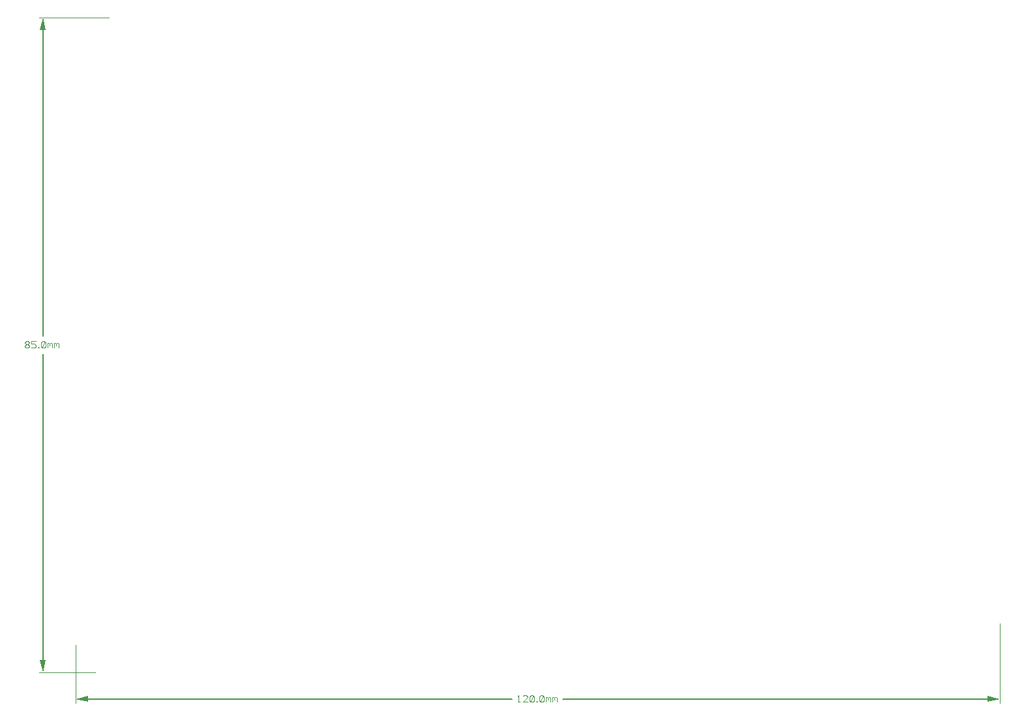
<source format=gbr>
G04 GENERATED BY PULSONIX 7.0 GERBER.DLL 4573*
%INHILLSTAR_95X60_4LAYER_EL_V1_0_2*%
%LNGERBER_DOCUMENTATION*%
%FSLAX33Y33*%
%IPPOS*%
%LPD*%
%OFA0B0*%
%MOMM*%
%ADD15C,0.125*%
%ADD17C,0.200*%
%ADD281C,0.025*%
%ADD394C,0.001*%
X0Y0D02*
D02*
D15*
X63942Y129093D02*
X64090Y129093D01*
X64237Y129167*
X64310Y129314*
X64237Y129461*
X64090Y129534*
X63942*
X63795Y129461*
X63722Y129314*
X63795Y129167*
X63942Y129093*
X63795Y129019*
X63722Y128872*
X63795Y128725*
X63942Y128652*
X64090*
X64237Y128725*
X64310Y128872*
X64237Y129019*
X64090Y129093*
X64572Y128725D02*
X64719Y128652D01*
X64940*
X65087Y128725*
X65160Y128872*
Y128946*
X65087Y129093*
X64940Y129167*
X64572*
Y129534*
X65160*
X65495Y128652D02*
X65569Y128725D01*
X65495Y128799*
X65422Y128725*
X65495Y128652*
X65883Y128725D02*
X66030Y128652D01*
X66177*
X66324Y128725*
X66398Y128872*
Y129314*
X66324Y129461*
X66177Y129534*
X66030*
X65883Y129461*
X65809Y129314*
Y128872*
X65883Y128725*
X66324Y129461*
X66659Y128652D02*
X66659Y129240D01*
Y129167D02*
X66733Y129240D01*
X66880*
X66954Y129167*
Y128946*
Y129167D02*
X67027Y129240D01*
X67174*
X67248Y129167*
Y128652*
X67509D02*
X67509Y129240D01*
Y129167D02*
X67583Y129240D01*
X67730*
X67804Y129167*
Y128946*
Y129167D02*
X67877Y129240D01*
X68024*
X68098Y129167*
Y128652*
X127694Y82677D02*
X127988Y82677D01*
X127841D02*
X127841Y83559D01*
X127694Y83412*
X128985Y82677D02*
X128397Y82677D01*
X128912Y83192*
X128985Y83339*
X128912Y83486*
X128765Y83559*
X128544*
X128397Y83486*
X129320Y82750D02*
X129467Y82677D01*
X129615*
X129762Y82750*
X129835Y82897*
Y83339*
X129762Y83486*
X129615Y83559*
X129467*
X129320Y83486*
X129247Y83339*
Y82897*
X129320Y82750*
X129762Y83486*
X130170Y82677D02*
X130244Y82750D01*
X130170Y82824*
X130097Y82750*
X130170Y82677*
X130558Y82750D02*
X130705Y82677D01*
X130852*
X130999Y82750*
X131073Y82897*
Y83339*
X130999Y83486*
X130852Y83559*
X130705*
X130558Y83486*
X130484Y83339*
Y82897*
X130558Y82750*
X130999Y83486*
X131334Y82677D02*
X131334Y83265D01*
Y83192D02*
X131408Y83265D01*
X131555*
X131629Y83192*
Y82971*
Y83192D02*
X131702Y83265D01*
X131849*
X131923Y83192*
Y82677*
X132184D02*
X132184Y83265D01*
Y83192D02*
X132258Y83265D01*
X132405*
X132479Y83192*
Y82971*
Y83192D02*
X132552Y83265D01*
X132699*
X132773Y83192*
Y82677*
D02*
D17*
X66041Y87356D02*
Y127869D01*
Y130244D02*
Y170756D01*
X71091Y83081D02*
X126984D01*
X133597D02*
X189491D01*
D02*
D281*
X70291Y90074D02*
Y82581D01*
X72860Y86556D02*
X65541D01*
X74612Y171556D02*
X65541D01*
X190291Y92893D02*
Y82581D01*
D02*
D394*
X66041Y86556D02*
G36*
X65641Y88156D01*
X66441*
X66041Y86556*
G37*
Y171556D02*
G36*
X66441Y169956D01*
X65641*
X66041Y171556*
G37*
X70291Y83081D02*
G36*
X71891Y83481D01*
Y82681*
X70291Y83081*
G37*
X190291D02*
G36*
X188691Y82681D01*
Y83481*
X190291Y83081*
G37*
X0Y0D02*
M02*

</source>
